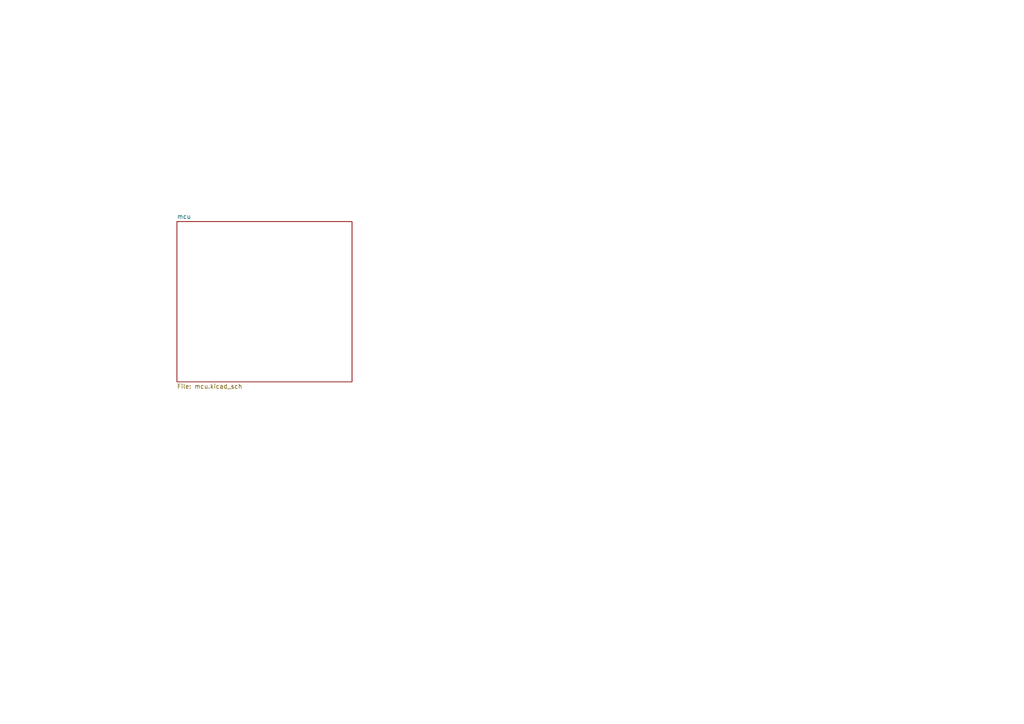
<source format=kicad_sch>
(kicad_sch
	(version 20250114)
	(generator "eeschema")
	(generator_version "9.0")
	(uuid "73b5a92f-908b-4f97-a96c-14ee20a7f293")
	(paper "A4")
	(lib_symbols)
	(sheet
		(at 51.308 64.262)
		(size 50.8 46.482)
		(exclude_from_sim no)
		(in_bom yes)
		(on_board yes)
		(dnp no)
		(fields_autoplaced yes)
		(stroke
			(width 0.1524)
			(type solid)
		)
		(fill
			(color 0 0 0 0.0000)
		)
		(uuid "01eb0d97-3d3b-4e35-bd53-1e9fa246aa57")
		(property "Sheetname" "mcu"
			(at 51.308 63.5504 0)
			(effects
				(font
					(size 1.27 1.27)
				)
				(justify left bottom)
			)
		)
		(property "Sheetfile" "mcu.kicad_sch"
			(at 51.308 111.3286 0)
			(effects
				(font
					(size 1.27 1.27)
				)
				(justify left top)
			)
		)
		(instances
			(project "modular-processing-board"
				(path "/73b5a92f-908b-4f97-a96c-14ee20a7f293"
					(page "2")
				)
			)
		)
	)
	(sheet_instances
		(path "/"
			(page "1")
		)
	)
	(embedded_fonts no)
)

</source>
